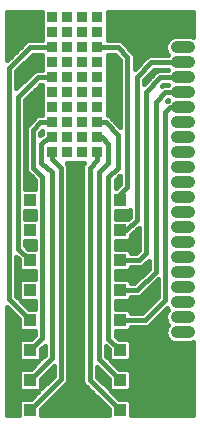
<source format=gbl>
G75*
%MOIN*%
%OFA0B0*%
%FSLAX25Y25*%
%IPPOS*%
%LPD*%
%AMOC8*
5,1,8,0,0,1.08239X$1,22.5*
%
%ADD10R,0.04362X0.04362*%
%ADD11R,0.03772X0.03772*%
%ADD12C,0.04165*%
%ADD13C,0.01600*%
D10*
X0015776Y0010776D03*
X0015776Y0020776D03*
X0015776Y0030776D03*
X0015776Y0040776D03*
X0015776Y0050776D03*
X0015776Y0060776D03*
X0015776Y0070776D03*
X0015776Y0080776D03*
X0045776Y0080776D03*
X0045776Y0070776D03*
X0045776Y0060776D03*
X0045776Y0050776D03*
X0045776Y0040776D03*
X0045776Y0030776D03*
X0045776Y0020776D03*
X0045776Y0010776D03*
D11*
X0038276Y0096643D03*
X0038276Y0101643D03*
X0038276Y0106643D03*
X0038276Y0111643D03*
X0038276Y0116643D03*
X0038276Y0121643D03*
X0038276Y0126643D03*
X0038276Y0131643D03*
X0038276Y0136643D03*
X0038276Y0141643D03*
X0033276Y0141643D03*
X0033276Y0136643D03*
X0033276Y0131643D03*
X0033276Y0126643D03*
X0033276Y0121643D03*
X0033276Y0116643D03*
X0033276Y0111643D03*
X0033276Y0106643D03*
X0033276Y0101643D03*
X0033276Y0096643D03*
X0028276Y0096643D03*
X0028276Y0101643D03*
X0028276Y0106643D03*
X0028276Y0111643D03*
X0028276Y0116643D03*
X0028276Y0121643D03*
X0028276Y0126643D03*
X0028276Y0131643D03*
X0028276Y0136643D03*
X0028276Y0141643D03*
X0023276Y0141643D03*
X0023276Y0136643D03*
X0023276Y0131643D03*
X0023276Y0126643D03*
X0023276Y0121643D03*
X0023276Y0116643D03*
X0023276Y0111643D03*
X0023276Y0106643D03*
X0023276Y0101643D03*
X0023276Y0096643D03*
D12*
X0064639Y0096682D02*
X0068804Y0096682D01*
X0068804Y0101682D02*
X0064639Y0101682D01*
X0064639Y0106682D02*
X0068804Y0106682D01*
X0068804Y0111682D02*
X0064639Y0111682D01*
X0064639Y0116682D02*
X0068804Y0116682D01*
X0068804Y0121682D02*
X0064639Y0121682D01*
X0064639Y0126682D02*
X0068804Y0126682D01*
X0068804Y0131682D02*
X0064639Y0131682D01*
X0064639Y0091682D02*
X0068804Y0091682D01*
X0068804Y0086682D02*
X0064639Y0086682D01*
X0064639Y0081682D02*
X0068804Y0081682D01*
X0068804Y0076682D02*
X0064639Y0076682D01*
X0064639Y0071682D02*
X0068804Y0071682D01*
X0068804Y0066682D02*
X0064639Y0066682D01*
X0064639Y0061682D02*
X0068804Y0061682D01*
X0068804Y0056682D02*
X0064639Y0056682D01*
X0064639Y0051682D02*
X0068804Y0051682D01*
X0068804Y0046682D02*
X0064639Y0046682D01*
X0064639Y0041682D02*
X0068804Y0041682D01*
X0068804Y0036682D02*
X0064639Y0036682D01*
D13*
X0008187Y0044971D02*
X0008187Y0008975D01*
X0011995Y0008975D01*
X0011995Y0013620D01*
X0012933Y0014557D01*
X0016163Y0014557D01*
X0018601Y0016995D01*
X0012933Y0016995D01*
X0011995Y0017933D01*
X0011995Y0023620D01*
X0012933Y0024557D01*
X0016163Y0024557D01*
X0018601Y0026995D01*
X0012933Y0026995D01*
X0011995Y0027933D01*
X0011995Y0033620D01*
X0012933Y0034557D01*
X0016163Y0034557D01*
X0017510Y0035904D01*
X0017510Y0036995D01*
X0012933Y0036995D01*
X0011995Y0037933D01*
X0011995Y0041163D01*
X0008187Y0044971D01*
X0008187Y0043873D02*
X0009286Y0043873D01*
X0008187Y0042274D02*
X0010884Y0042274D01*
X0011995Y0040676D02*
X0008187Y0040676D01*
X0008187Y0039077D02*
X0011995Y0039077D01*
X0012449Y0037479D02*
X0008187Y0037479D01*
X0008187Y0035880D02*
X0017486Y0035880D01*
X0019910Y0034910D02*
X0015776Y0030776D01*
X0017895Y0026289D02*
X0008187Y0026289D01*
X0008187Y0024691D02*
X0016297Y0024691D01*
X0015776Y0020776D02*
X0023060Y0028060D01*
X0023060Y0089989D01*
X0019517Y0093139D01*
X0019517Y0099438D01*
X0022115Y0101643D01*
X0023276Y0101643D01*
X0023276Y0106643D02*
X0019241Y0106643D01*
X0016761Y0104162D01*
X0016761Y0091564D01*
X0019910Y0088414D01*
X0019910Y0034910D01*
X0020660Y0032266D02*
X0020660Y0029054D01*
X0019557Y0027952D01*
X0019557Y0031163D01*
X0020660Y0032266D01*
X0020660Y0031085D02*
X0019557Y0031085D01*
X0019557Y0029486D02*
X0020660Y0029486D01*
X0023085Y0024691D02*
X0023809Y0024691D01*
X0023809Y0025415D02*
X0023809Y0022204D01*
X0019557Y0017952D01*
X0019557Y0021163D01*
X0023809Y0025415D01*
X0023809Y0023092D02*
X0021486Y0023092D01*
X0019888Y0021494D02*
X0023100Y0021494D01*
X0021501Y0019895D02*
X0019557Y0019895D01*
X0019557Y0018297D02*
X0019903Y0018297D01*
X0018304Y0016698D02*
X0008187Y0016698D01*
X0008187Y0015100D02*
X0016706Y0015100D01*
X0015776Y0010776D02*
X0026209Y0021209D01*
X0026209Y0091564D01*
X0023276Y0094497D01*
X0023276Y0096643D01*
X0019161Y0102283D02*
X0019791Y0102818D01*
X0019791Y0103798D01*
X0019161Y0103168D01*
X0019161Y0102283D01*
X0019161Y0103018D02*
X0019791Y0103018D01*
X0015401Y0106197D02*
X0017881Y0108677D01*
X0018764Y0109043D01*
X0019791Y0109043D01*
X0019791Y0119243D01*
X0019446Y0119243D01*
X0014043Y0114151D01*
X0014066Y0084557D01*
X0017510Y0084557D01*
X0017510Y0087420D01*
X0014726Y0090204D01*
X0014361Y0091086D01*
X0014361Y0104640D01*
X0014726Y0105522D01*
X0015401Y0106197D01*
X0015419Y0106215D02*
X0014049Y0106215D01*
X0014048Y0107813D02*
X0017018Y0107813D01*
X0019791Y0109412D02*
X0014047Y0109412D01*
X0014046Y0111010D02*
X0019791Y0111010D01*
X0019791Y0112609D02*
X0014045Y0112609D01*
X0014103Y0114207D02*
X0019791Y0114207D01*
X0019791Y0115806D02*
X0015799Y0115806D01*
X0017495Y0117404D02*
X0019791Y0117404D01*
X0019791Y0119003D02*
X0019191Y0119003D01*
X0018493Y0121643D02*
X0011643Y0115186D01*
X0011682Y0064556D01*
X0015776Y0060776D01*
X0015219Y0064557D02*
X0014081Y0065607D01*
X0014080Y0066995D01*
X0017510Y0066995D01*
X0017510Y0064557D01*
X0015219Y0064557D01*
X0015115Y0064653D02*
X0017510Y0064653D01*
X0017510Y0066252D02*
X0014081Y0066252D01*
X0011287Y0061655D02*
X0011995Y0061000D01*
X0011995Y0057933D01*
X0012933Y0056995D01*
X0017510Y0056995D01*
X0017510Y0054557D01*
X0012933Y0054557D01*
X0011995Y0053620D01*
X0011995Y0047952D01*
X0011287Y0048660D01*
X0011287Y0061655D01*
X0011287Y0061456D02*
X0011501Y0061456D01*
X0011287Y0059858D02*
X0011995Y0059858D01*
X0011995Y0058259D02*
X0011287Y0058259D01*
X0011287Y0056661D02*
X0017510Y0056661D01*
X0017510Y0055062D02*
X0011287Y0055062D01*
X0011287Y0053464D02*
X0011995Y0053464D01*
X0011995Y0051865D02*
X0011287Y0051865D01*
X0011287Y0050267D02*
X0011995Y0050267D01*
X0011995Y0048668D02*
X0011287Y0048668D01*
X0012952Y0046995D02*
X0017510Y0046995D01*
X0017510Y0044557D01*
X0015389Y0044557D01*
X0012952Y0046995D01*
X0014476Y0045471D02*
X0017510Y0045471D01*
X0015776Y0040776D02*
X0008887Y0047666D01*
X0008887Y0124635D01*
X0015894Y0131643D01*
X0023276Y0131643D01*
X0019791Y0134043D02*
X0015417Y0134043D01*
X0014535Y0133677D01*
X0008187Y0127330D01*
X0008187Y0143444D01*
X0019791Y0143444D01*
X0019791Y0134043D01*
X0019791Y0134988D02*
X0008187Y0134988D01*
X0008187Y0136586D02*
X0019791Y0136586D01*
X0019791Y0138185D02*
X0008187Y0138185D01*
X0008187Y0139783D02*
X0019791Y0139783D01*
X0019791Y0141382D02*
X0008187Y0141382D01*
X0008187Y0142981D02*
X0019791Y0142981D01*
X0014247Y0133389D02*
X0008187Y0133389D01*
X0008187Y0131791D02*
X0012649Y0131791D01*
X0011050Y0130192D02*
X0008187Y0130192D01*
X0008187Y0128594D02*
X0009452Y0128594D01*
X0011444Y0123798D02*
X0017410Y0123798D01*
X0017607Y0123873D02*
X0017194Y0123716D01*
X0017167Y0123691D01*
X0017133Y0123677D01*
X0016821Y0123365D01*
X0011287Y0118148D01*
X0011287Y0123641D01*
X0016889Y0129243D01*
X0019791Y0129243D01*
X0019791Y0124043D01*
X0018528Y0124043D01*
X0018087Y0124056D01*
X0018052Y0124043D01*
X0018016Y0124043D01*
X0017607Y0123873D01*
X0018493Y0121643D02*
X0023276Y0121643D01*
X0019791Y0125397D02*
X0013043Y0125397D01*
X0014641Y0126995D02*
X0019791Y0126995D01*
X0019791Y0128594D02*
X0016240Y0128594D01*
X0015585Y0122200D02*
X0011287Y0122200D01*
X0011287Y0120601D02*
X0013889Y0120601D01*
X0012193Y0119003D02*
X0011287Y0119003D01*
X0014051Y0104616D02*
X0014361Y0104616D01*
X0014361Y0103018D02*
X0014052Y0103018D01*
X0014053Y0101419D02*
X0014361Y0101419D01*
X0014361Y0099821D02*
X0014054Y0099821D01*
X0014056Y0098222D02*
X0014361Y0098222D01*
X0014361Y0096624D02*
X0014057Y0096624D01*
X0014058Y0095025D02*
X0014361Y0095025D01*
X0014361Y0093427D02*
X0014059Y0093427D01*
X0014061Y0091828D02*
X0014361Y0091828D01*
X0014062Y0090230D02*
X0014716Y0090230D01*
X0014063Y0088631D02*
X0016299Y0088631D01*
X0017510Y0087033D02*
X0014064Y0087033D01*
X0014066Y0085434D02*
X0017510Y0085434D01*
X0017510Y0076995D02*
X0014072Y0076995D01*
X0014074Y0074557D01*
X0017510Y0074557D01*
X0017510Y0076995D01*
X0017510Y0075843D02*
X0014073Y0075843D01*
X0028609Y0075843D02*
X0033258Y0075843D01*
X0033258Y0074245D02*
X0028609Y0074245D01*
X0028609Y0072646D02*
X0033258Y0072646D01*
X0033258Y0071048D02*
X0028609Y0071048D01*
X0028609Y0069449D02*
X0033258Y0069449D01*
X0033258Y0067850D02*
X0028609Y0067850D01*
X0028609Y0066252D02*
X0033258Y0066252D01*
X0033258Y0064653D02*
X0028609Y0064653D01*
X0028609Y0063055D02*
X0033258Y0063055D01*
X0033258Y0061456D02*
X0028609Y0061456D01*
X0028609Y0059858D02*
X0033258Y0059858D01*
X0033258Y0058259D02*
X0028609Y0058259D01*
X0028609Y0056661D02*
X0033258Y0056661D01*
X0033258Y0055062D02*
X0028609Y0055062D01*
X0028609Y0053464D02*
X0033258Y0053464D01*
X0033258Y0051865D02*
X0028609Y0051865D01*
X0028609Y0050267D02*
X0033258Y0050267D01*
X0033258Y0048668D02*
X0028609Y0048668D01*
X0028609Y0047070D02*
X0033258Y0047070D01*
X0033258Y0045471D02*
X0028609Y0045471D01*
X0028609Y0043873D02*
X0033258Y0043873D01*
X0033258Y0042274D02*
X0028609Y0042274D01*
X0028609Y0040676D02*
X0033258Y0040676D01*
X0033258Y0039077D02*
X0028609Y0039077D01*
X0028609Y0037479D02*
X0033258Y0037479D01*
X0033258Y0035880D02*
X0028609Y0035880D01*
X0028609Y0034282D02*
X0033258Y0034282D01*
X0033258Y0032683D02*
X0028609Y0032683D01*
X0028609Y0031085D02*
X0033258Y0031085D01*
X0033258Y0029486D02*
X0028609Y0029486D01*
X0028609Y0027888D02*
X0033258Y0027888D01*
X0033258Y0026289D02*
X0028609Y0026289D01*
X0028609Y0024691D02*
X0033258Y0024691D01*
X0033258Y0023092D02*
X0028609Y0023092D01*
X0028609Y0021494D02*
X0033258Y0021494D01*
X0033258Y0020417D02*
X0033624Y0019535D01*
X0041995Y0011163D01*
X0041995Y0008975D01*
X0019557Y0008975D01*
X0019557Y0011163D01*
X0028244Y0019850D01*
X0028609Y0020732D01*
X0028609Y0092041D01*
X0028244Y0092923D01*
X0028011Y0093157D01*
X0033857Y0093157D01*
X0033624Y0092923D01*
X0033258Y0092041D01*
X0033258Y0020417D01*
X0033474Y0019895D02*
X0028263Y0019895D01*
X0026691Y0018297D02*
X0034862Y0018297D01*
X0035658Y0020894D02*
X0045776Y0010776D01*
X0045389Y0014557D02*
X0042952Y0016995D01*
X0048620Y0016995D01*
X0049557Y0017933D01*
X0049557Y0023620D01*
X0048620Y0024557D01*
X0045389Y0024557D01*
X0042952Y0026995D01*
X0048620Y0026995D01*
X0049557Y0027933D01*
X0049557Y0033620D01*
X0048620Y0034557D01*
X0045389Y0034557D01*
X0044357Y0035589D01*
X0044357Y0036995D01*
X0048620Y0036995D01*
X0049557Y0037933D01*
X0049557Y0038376D01*
X0054640Y0038376D01*
X0055522Y0038742D01*
X0061475Y0044695D01*
X0061517Y0044596D01*
X0061930Y0044182D01*
X0061517Y0043768D01*
X0060956Y0042414D01*
X0060956Y0040949D01*
X0061517Y0039596D01*
X0061930Y0039182D01*
X0061517Y0038768D01*
X0060956Y0037414D01*
X0060956Y0035949D01*
X0061517Y0034596D01*
X0062553Y0033560D01*
X0063906Y0032999D01*
X0069536Y0032999D01*
X0070216Y0033281D01*
X0070216Y0008975D01*
X0049557Y0008975D01*
X0049557Y0013620D01*
X0048620Y0014557D01*
X0045389Y0014557D01*
X0044847Y0015100D02*
X0070216Y0015100D01*
X0070216Y0016698D02*
X0043249Y0016698D01*
X0041995Y0017952D02*
X0041995Y0021163D01*
X0038058Y0025100D01*
X0038058Y0021889D01*
X0041995Y0017952D01*
X0041995Y0018297D02*
X0041650Y0018297D01*
X0041995Y0019895D02*
X0040052Y0019895D01*
X0038453Y0021494D02*
X0041665Y0021494D01*
X0040066Y0023092D02*
X0038058Y0023092D01*
X0038058Y0024691D02*
X0038468Y0024691D01*
X0038808Y0027745D02*
X0045776Y0020776D01*
X0045256Y0024691D02*
X0070216Y0024691D01*
X0070216Y0026289D02*
X0043658Y0026289D01*
X0041995Y0027952D02*
X0041995Y0031163D01*
X0041208Y0031951D01*
X0041208Y0028739D01*
X0041995Y0027952D01*
X0041995Y0029486D02*
X0041208Y0029486D01*
X0041208Y0031085D02*
X0041995Y0031085D01*
X0041957Y0034595D02*
X0045776Y0030776D01*
X0044357Y0035880D02*
X0060985Y0035880D01*
X0060983Y0037479D02*
X0049104Y0037479D01*
X0048896Y0034282D02*
X0061831Y0034282D01*
X0061826Y0039077D02*
X0055857Y0039077D01*
X0054162Y0040776D02*
X0060855Y0047469D01*
X0060855Y0110068D01*
X0062430Y0111643D01*
X0066682Y0111643D01*
X0066721Y0111682D01*
X0066682Y0116643D02*
X0066721Y0116682D01*
X0066682Y0116643D02*
X0060855Y0116643D01*
X0057706Y0113493D01*
X0057706Y0056918D01*
X0051564Y0050776D01*
X0045776Y0050776D01*
X0044357Y0046995D02*
X0048620Y0046995D01*
X0049557Y0047933D01*
X0049557Y0048376D01*
X0052041Y0048376D01*
X0052923Y0048742D01*
X0058455Y0054274D01*
X0058455Y0048463D01*
X0053168Y0043176D01*
X0049557Y0043176D01*
X0049557Y0043620D01*
X0048620Y0044557D01*
X0044357Y0044557D01*
X0044357Y0046995D01*
X0044357Y0045471D02*
X0055463Y0045471D01*
X0053865Y0043873D02*
X0049305Y0043873D01*
X0048695Y0047070D02*
X0057062Y0047070D01*
X0058455Y0048668D02*
X0052746Y0048668D01*
X0054448Y0050267D02*
X0058455Y0050267D01*
X0058455Y0051865D02*
X0056047Y0051865D01*
X0057645Y0053464D02*
X0058455Y0053464D01*
X0055306Y0057912D02*
X0050570Y0053176D01*
X0049557Y0053176D01*
X0049557Y0053620D01*
X0048620Y0054557D01*
X0044357Y0054557D01*
X0044357Y0056995D01*
X0048620Y0056995D01*
X0049557Y0057933D01*
X0049557Y0058376D01*
X0052592Y0058376D01*
X0053474Y0058742D01*
X0055306Y0060573D01*
X0055306Y0057912D01*
X0055306Y0058259D02*
X0049557Y0058259D01*
X0049557Y0053464D02*
X0050857Y0053464D01*
X0052456Y0055062D02*
X0044357Y0055062D01*
X0044357Y0056661D02*
X0054054Y0056661D01*
X0054591Y0059858D02*
X0055306Y0059858D01*
X0052115Y0060776D02*
X0054556Y0063217D01*
X0054556Y0116918D01*
X0059280Y0121643D01*
X0066682Y0121643D01*
X0066721Y0121682D01*
X0066682Y0126643D02*
X0066721Y0126682D01*
X0066682Y0126643D02*
X0056131Y0126643D01*
X0051406Y0121918D01*
X0051406Y0074241D01*
X0047942Y0070776D01*
X0045776Y0070776D01*
X0044357Y0066995D02*
X0048620Y0066995D01*
X0049557Y0067933D01*
X0049557Y0068998D01*
X0052156Y0071596D01*
X0052156Y0064211D01*
X0051121Y0063176D01*
X0049557Y0063176D01*
X0049557Y0063620D01*
X0048620Y0064557D01*
X0044357Y0064557D01*
X0044357Y0066995D01*
X0044357Y0066252D02*
X0052156Y0066252D01*
X0052156Y0067850D02*
X0049475Y0067850D01*
X0050008Y0069449D02*
X0052156Y0069449D01*
X0052156Y0071048D02*
X0051607Y0071048D01*
X0048329Y0074557D02*
X0049006Y0075235D01*
X0049006Y0077381D01*
X0048620Y0076995D01*
X0044357Y0076995D01*
X0044357Y0074557D01*
X0048329Y0074557D01*
X0049006Y0075843D02*
X0044357Y0075843D01*
X0045776Y0080776D02*
X0045776Y0082784D01*
X0048257Y0085265D01*
X0048257Y0128493D01*
X0045107Y0131643D01*
X0038276Y0131643D01*
X0041762Y0134043D02*
X0041762Y0134191D01*
X0041762Y0143444D01*
X0070216Y0143444D01*
X0070216Y0135083D01*
X0069536Y0135365D01*
X0063906Y0135365D01*
X0062553Y0134804D01*
X0061517Y0133768D01*
X0060956Y0132414D01*
X0060956Y0130949D01*
X0061517Y0129596D01*
X0061930Y0129182D01*
X0061791Y0129043D01*
X0055653Y0129043D01*
X0054771Y0128677D01*
X0054096Y0128002D01*
X0050657Y0124563D01*
X0050657Y0128970D01*
X0050291Y0129852D01*
X0047142Y0133002D01*
X0046467Y0133677D01*
X0045584Y0134043D01*
X0041762Y0134043D01*
X0041762Y0134988D02*
X0062997Y0134988D01*
X0061360Y0133389D02*
X0046754Y0133389D01*
X0047142Y0133002D02*
X0047142Y0133002D01*
X0048353Y0131791D02*
X0060956Y0131791D01*
X0061269Y0130192D02*
X0049951Y0130192D01*
X0050657Y0128594D02*
X0054688Y0128594D01*
X0053089Y0126995D02*
X0050657Y0126995D01*
X0050657Y0125397D02*
X0051491Y0125397D01*
X0053806Y0120924D02*
X0057125Y0124243D01*
X0061870Y0124243D01*
X0061930Y0124182D01*
X0061791Y0124043D01*
X0058803Y0124043D01*
X0057921Y0123677D01*
X0057246Y0123002D01*
X0053806Y0119563D01*
X0053806Y0120924D01*
X0053806Y0120601D02*
X0054845Y0120601D01*
X0055082Y0122200D02*
X0056444Y0122200D01*
X0056681Y0123798D02*
X0058214Y0123798D01*
X0060274Y0119243D02*
X0061870Y0119243D01*
X0061930Y0119182D01*
X0061791Y0119043D01*
X0060378Y0119043D01*
X0059860Y0118828D01*
X0060274Y0119243D01*
X0060282Y0119003D02*
X0060035Y0119003D01*
X0061849Y0114243D02*
X0061870Y0114243D01*
X0061930Y0114182D01*
X0061677Y0113928D01*
X0061435Y0113828D01*
X0061849Y0114243D01*
X0061814Y0114207D02*
X0061905Y0114207D01*
X0070216Y0136586D02*
X0041762Y0136586D01*
X0041762Y0138185D02*
X0070216Y0138185D01*
X0070216Y0139783D02*
X0041762Y0139783D01*
X0041762Y0141382D02*
X0070216Y0141382D01*
X0070216Y0142981D02*
X0041762Y0142981D01*
X0041762Y0129243D02*
X0044113Y0129243D01*
X0045857Y0127499D01*
X0045857Y0105232D01*
X0042411Y0108677D01*
X0041762Y0108946D01*
X0041762Y0129243D01*
X0041762Y0128594D02*
X0044762Y0128594D01*
X0045857Y0126995D02*
X0041762Y0126995D01*
X0041762Y0125397D02*
X0045857Y0125397D01*
X0045857Y0123798D02*
X0041762Y0123798D01*
X0041762Y0122200D02*
X0045857Y0122200D01*
X0045857Y0120601D02*
X0041762Y0120601D01*
X0041762Y0119003D02*
X0045857Y0119003D01*
X0045857Y0117404D02*
X0041762Y0117404D01*
X0041762Y0115806D02*
X0045857Y0115806D01*
X0045857Y0114207D02*
X0041762Y0114207D01*
X0041762Y0112609D02*
X0045857Y0112609D01*
X0045857Y0111010D02*
X0041762Y0111010D01*
X0041762Y0109412D02*
X0045857Y0109412D01*
X0045857Y0107813D02*
X0043275Y0107813D01*
X0044874Y0106215D02*
X0045857Y0106215D01*
X0045107Y0102587D02*
X0045107Y0091564D01*
X0041957Y0088414D01*
X0041957Y0034595D01*
X0038808Y0027745D02*
X0038808Y0089989D01*
X0041957Y0093139D01*
X0041957Y0099438D01*
X0039753Y0101643D01*
X0038276Y0101643D01*
X0038276Y0106643D02*
X0041052Y0106643D01*
X0045107Y0102587D01*
X0038276Y0096643D02*
X0038276Y0094182D01*
X0035658Y0091564D01*
X0035658Y0020894D01*
X0036461Y0016698D02*
X0025092Y0016698D01*
X0023494Y0015100D02*
X0038059Y0015100D01*
X0039658Y0013501D02*
X0021895Y0013501D01*
X0020297Y0011903D02*
X0041256Y0011903D01*
X0041995Y0010304D02*
X0019557Y0010304D01*
X0011995Y0010304D02*
X0008187Y0010304D01*
X0008187Y0011903D02*
X0011995Y0011903D01*
X0011995Y0013501D02*
X0008187Y0013501D01*
X0008187Y0018297D02*
X0011995Y0018297D01*
X0011995Y0019895D02*
X0008187Y0019895D01*
X0008187Y0021494D02*
X0011995Y0021494D01*
X0011995Y0023092D02*
X0008187Y0023092D01*
X0008187Y0027888D02*
X0012040Y0027888D01*
X0011995Y0029486D02*
X0008187Y0029486D01*
X0008187Y0031085D02*
X0011995Y0031085D01*
X0011995Y0032683D02*
X0008187Y0032683D01*
X0008187Y0034282D02*
X0012657Y0034282D01*
X0028609Y0077442D02*
X0033258Y0077442D01*
X0033258Y0079040D02*
X0028609Y0079040D01*
X0028609Y0080639D02*
X0033258Y0080639D01*
X0033258Y0082237D02*
X0028609Y0082237D01*
X0028609Y0083836D02*
X0033258Y0083836D01*
X0033258Y0085434D02*
X0028609Y0085434D01*
X0028609Y0087033D02*
X0033258Y0087033D01*
X0033258Y0088631D02*
X0028609Y0088631D01*
X0028609Y0090230D02*
X0033258Y0090230D01*
X0033258Y0091828D02*
X0028609Y0091828D01*
X0044357Y0087420D02*
X0044357Y0084759D01*
X0044417Y0084819D01*
X0044417Y0084819D01*
X0045857Y0086259D01*
X0045857Y0088919D01*
X0044357Y0087420D01*
X0044357Y0087033D02*
X0045857Y0087033D01*
X0045857Y0088631D02*
X0045569Y0088631D01*
X0045032Y0085434D02*
X0044357Y0085434D01*
X0044357Y0064653D02*
X0052156Y0064653D01*
X0052115Y0060776D02*
X0045776Y0060776D01*
X0045776Y0040776D02*
X0054162Y0040776D01*
X0057456Y0040676D02*
X0061069Y0040676D01*
X0060956Y0042274D02*
X0059054Y0042274D01*
X0060653Y0043873D02*
X0061621Y0043873D01*
X0070216Y0032683D02*
X0049557Y0032683D01*
X0049557Y0031085D02*
X0070216Y0031085D01*
X0070216Y0029486D02*
X0049557Y0029486D01*
X0049513Y0027888D02*
X0070216Y0027888D01*
X0070216Y0023092D02*
X0049557Y0023092D01*
X0049557Y0021494D02*
X0070216Y0021494D01*
X0070216Y0019895D02*
X0049557Y0019895D01*
X0049557Y0018297D02*
X0070216Y0018297D01*
X0070216Y0013501D02*
X0049557Y0013501D01*
X0049557Y0011903D02*
X0070216Y0011903D01*
X0070216Y0010304D02*
X0049557Y0010304D01*
M02*

</source>
